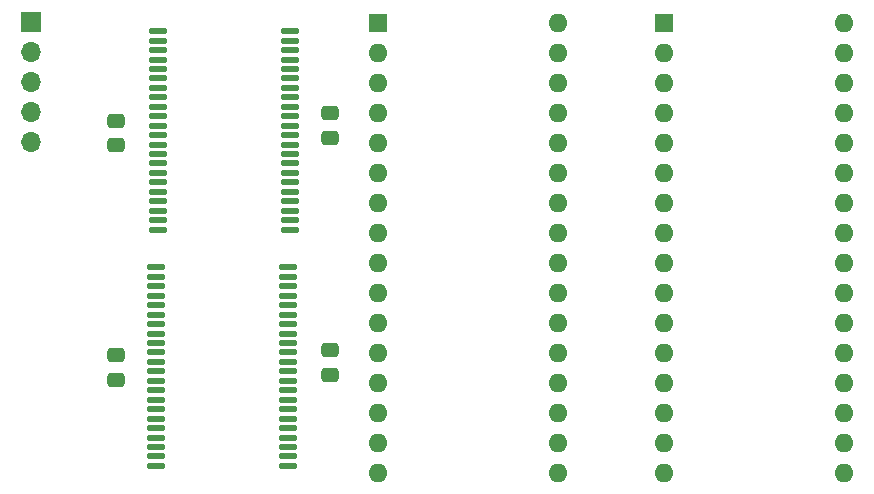
<source format=gts>
G04 #@! TF.GenerationSoftware,KiCad,Pcbnew,7.0.10*
G04 #@! TF.CreationDate,2024-02-09T18:30:01-05:00*
G04 #@! TF.ProjectId,Rosco-MiniHat,526f7363-6f2d-44d6-996e-694861742e6b,rev?*
G04 #@! TF.SameCoordinates,Original*
G04 #@! TF.FileFunction,Soldermask,Top*
G04 #@! TF.FilePolarity,Negative*
%FSLAX46Y46*%
G04 Gerber Fmt 4.6, Leading zero omitted, Abs format (unit mm)*
G04 Created by KiCad (PCBNEW 7.0.10) date 2024-02-09 18:30:01*
%MOMM*%
%LPD*%
G01*
G04 APERTURE LIST*
G04 Aperture macros list*
%AMRoundRect*
0 Rectangle with rounded corners*
0 $1 Rounding radius*
0 $2 $3 $4 $5 $6 $7 $8 $9 X,Y pos of 4 corners*
0 Add a 4 corners polygon primitive as box body*
4,1,4,$2,$3,$4,$5,$6,$7,$8,$9,$2,$3,0*
0 Add four circle primitives for the rounded corners*
1,1,$1+$1,$2,$3*
1,1,$1+$1,$4,$5*
1,1,$1+$1,$6,$7*
1,1,$1+$1,$8,$9*
0 Add four rect primitives between the rounded corners*
20,1,$1+$1,$2,$3,$4,$5,0*
20,1,$1+$1,$4,$5,$6,$7,0*
20,1,$1+$1,$6,$7,$8,$9,0*
20,1,$1+$1,$8,$9,$2,$3,0*%
G04 Aperture macros list end*
%ADD10R,1.700000X1.700000*%
%ADD11O,1.700000X1.700000*%
%ADD12R,1.600000X1.600000*%
%ADD13O,1.600000X1.600000*%
%ADD14RoundRect,0.250000X0.475000X-0.337500X0.475000X0.337500X-0.475000X0.337500X-0.475000X-0.337500X0*%
%ADD15RoundRect,0.137500X-0.625000X-0.137500X0.625000X-0.137500X0.625000X0.137500X-0.625000X0.137500X0*%
%ADD16RoundRect,0.250000X-0.475000X0.337500X-0.475000X-0.337500X0.475000X-0.337500X0.475000X0.337500X0*%
G04 APERTURE END LIST*
D10*
X58288000Y-52320000D03*
D11*
X58288000Y-54860000D03*
X58288000Y-57400000D03*
X58288000Y-59940000D03*
X58288000Y-62480000D03*
D12*
X111867000Y-52387000D03*
D13*
X111867000Y-54927000D03*
X111867000Y-57467000D03*
X111867000Y-60007000D03*
X111867000Y-62547000D03*
X111867000Y-65087000D03*
X111867000Y-67627000D03*
X111867000Y-70167000D03*
X111867000Y-72707000D03*
X111867000Y-75247000D03*
X111867000Y-77787000D03*
X111867000Y-80327000D03*
X111867000Y-82867000D03*
X111867000Y-85407000D03*
X111867000Y-87947000D03*
X111867000Y-90487000D03*
X127107000Y-90487000D03*
X127107000Y-87947000D03*
X127107000Y-85407000D03*
X127107000Y-82867000D03*
X127107000Y-80327000D03*
X127107000Y-77787000D03*
X127107000Y-75247000D03*
X127107000Y-72707000D03*
X127107000Y-70167000D03*
X127107000Y-67627000D03*
X127107000Y-65087000D03*
X127107000Y-62547000D03*
X127107000Y-60007000D03*
X127107000Y-57467000D03*
X127107000Y-54927000D03*
X127107000Y-52387000D03*
D14*
X83644000Y-62133000D03*
X83644000Y-60058000D03*
X83644000Y-82183500D03*
X83644000Y-80108500D03*
D15*
X69082500Y-53100000D03*
X69082500Y-53900000D03*
X69082500Y-54700000D03*
X69082500Y-55500000D03*
X69082500Y-56300000D03*
X69082500Y-57100000D03*
X69082500Y-57900000D03*
X69082500Y-58700000D03*
X69082500Y-59500000D03*
X69082500Y-60300000D03*
X69082500Y-61100000D03*
X69082500Y-61900000D03*
X69082500Y-62700000D03*
X69082500Y-63500000D03*
X69082500Y-64300000D03*
X69082500Y-65100000D03*
X69082500Y-65900000D03*
X69082500Y-66700000D03*
X69082500Y-67500000D03*
X69082500Y-68300000D03*
X69082500Y-69100000D03*
X69082500Y-69900000D03*
X80257500Y-69900000D03*
X80257500Y-69100000D03*
X80257500Y-68300000D03*
X80257500Y-67500000D03*
X80257500Y-66700000D03*
X80257500Y-65900000D03*
X80257500Y-65100000D03*
X80257500Y-64300000D03*
X80257500Y-63500000D03*
X80257500Y-62700000D03*
X80257500Y-61900000D03*
X80257500Y-61100000D03*
X80257500Y-60300000D03*
X80257500Y-59500000D03*
X80257500Y-58700000D03*
X80257500Y-57900000D03*
X80257500Y-57100000D03*
X80257500Y-56300000D03*
X80257500Y-55500000D03*
X80257500Y-54700000D03*
X80257500Y-53900000D03*
X80257500Y-53100000D03*
D12*
X87667000Y-52387000D03*
D13*
X87667000Y-54927000D03*
X87667000Y-57467000D03*
X87667000Y-60007000D03*
X87667000Y-62547000D03*
X87667000Y-65087000D03*
X87667000Y-67627000D03*
X87667000Y-70167000D03*
X87667000Y-72707000D03*
X87667000Y-75247000D03*
X87667000Y-77787000D03*
X87667000Y-80327000D03*
X87667000Y-82867000D03*
X87667000Y-85407000D03*
X87667000Y-87947000D03*
X87667000Y-90487000D03*
X102907000Y-90487000D03*
X102907000Y-87947000D03*
X102907000Y-85407000D03*
X102907000Y-82867000D03*
X102907000Y-80327000D03*
X102907000Y-77787000D03*
X102907000Y-75247000D03*
X102907000Y-72707000D03*
X102907000Y-70167000D03*
X102907000Y-67627000D03*
X102907000Y-65087000D03*
X102907000Y-62547000D03*
X102907000Y-60007000D03*
X102907000Y-57467000D03*
X102907000Y-54927000D03*
X102907000Y-52387000D03*
D16*
X65526000Y-80552000D03*
X65526000Y-82627000D03*
X65526000Y-60671500D03*
X65526000Y-62746500D03*
D15*
X68912500Y-73100000D03*
X68912500Y-73900000D03*
X68912500Y-74700000D03*
X68912500Y-75500000D03*
X68912500Y-76300000D03*
X68912500Y-77100000D03*
X68912500Y-77900000D03*
X68912500Y-78700000D03*
X68912500Y-79500000D03*
X68912500Y-80300000D03*
X68912500Y-81100000D03*
X68912500Y-81900000D03*
X68912500Y-82700000D03*
X68912500Y-83500000D03*
X68912500Y-84300000D03*
X68912500Y-85100000D03*
X68912500Y-85900000D03*
X68912500Y-86700000D03*
X68912500Y-87500000D03*
X68912500Y-88300000D03*
X68912500Y-89100000D03*
X68912500Y-89900000D03*
X80087500Y-89900000D03*
X80087500Y-89100000D03*
X80087500Y-88300000D03*
X80087500Y-87500000D03*
X80087500Y-86700000D03*
X80087500Y-85900000D03*
X80087500Y-85100000D03*
X80087500Y-84300000D03*
X80087500Y-83500000D03*
X80087500Y-82700000D03*
X80087500Y-81900000D03*
X80087500Y-81100000D03*
X80087500Y-80300000D03*
X80087500Y-79500000D03*
X80087500Y-78700000D03*
X80087500Y-77900000D03*
X80087500Y-77100000D03*
X80087500Y-76300000D03*
X80087500Y-75500000D03*
X80087500Y-74700000D03*
X80087500Y-73900000D03*
X80087500Y-73100000D03*
M02*

</source>
